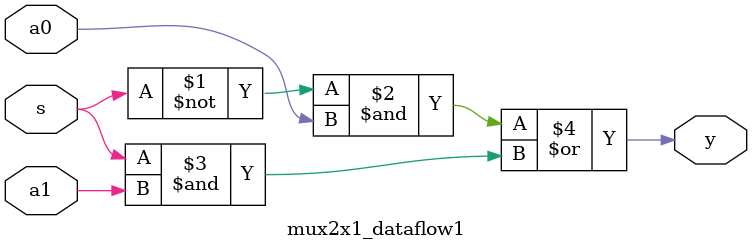
<source format=v>
/************************************************
  The Verilog HDL code example is from the book
  Computer Principles and Design in Verilog HDL
  by Yamin Li, published by A JOHN WILEY & SONS
************************************************/
module mux2x1_dataflow1 (a0, a1, s, y);       // multiplexer, dataflow style
    input  s, a0, a1;                         // inputs
    output y;                                 // output
    assign y = ~s & a0 | s & a1;              // logic expression
endmodule

</source>
